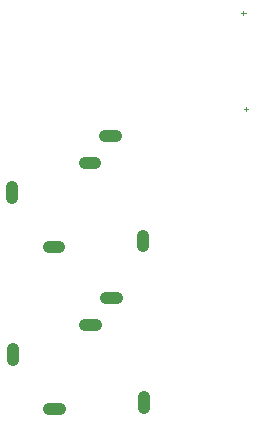
<source format=gm1>
%FSLAX25Y25*%
%MOIN*%
G70*
G01*
G75*
G04 Layer_Color=16711935*
%ADD10R,0.05906X0.05512*%
%ADD11O,0.02756X0.09055*%
%ADD12R,0.05709X0.02362*%
%ADD13R,0.04331X0.05512*%
%ADD14R,0.03937X0.05118*%
%ADD15R,0.05512X0.04331*%
%ADD16O,0.02362X0.09055*%
%ADD17R,0.05906X0.11024*%
%ADD18R,0.11024X0.05906*%
%ADD19R,0.05118X0.03937*%
%ADD20R,0.05512X0.05906*%
%ADD21R,0.05906X0.05906*%
%ADD22O,0.08661X0.02362*%
%ADD23R,0.06102X0.13583*%
%ADD24R,0.06102X0.04331*%
%ADD25R,0.06102X0.04331*%
%ADD26C,0.01200*%
%ADD27C,0.04724*%
%ADD28O,0.07087X0.10630*%
%ADD29O,0.10630X0.07087*%
%ADD30C,0.05906*%
%ADD31R,0.05906X0.05906*%
%ADD32C,0.07874*%
%ADD33R,0.07874X0.07874*%
%ADD34C,0.05512*%
%ADD35P,0.05966X8X202.5*%
%ADD36C,0.04724*%
%ADD37C,0.11810*%
%ADD38R,0.07874X0.07874*%
%ADD39C,0.05000*%
%ADD40C,0.63000*%
%ADD41R,0.10000X0.20000*%
%ADD42C,0.02362*%
%ADD43C,0.00984*%
%ADD44C,0.00787*%
%ADD45C,0.01000*%
%ADD46C,0.00787*%
%ADD47C,0.00800*%
%ADD48R,0.11024X0.03150*%
%ADD49R,0.03150X0.11024*%
%ADD50R,0.06706X0.06312*%
%ADD51O,0.03556X0.09855*%
%ADD52R,0.06509X0.03162*%
%ADD53R,0.05131X0.06312*%
%ADD54R,0.04737X0.05918*%
%ADD55R,0.06312X0.05131*%
%ADD56O,0.03162X0.09855*%
%ADD57R,0.06706X0.11824*%
%ADD58R,0.11824X0.06706*%
%ADD59R,0.05918X0.04737*%
%ADD60R,0.06312X0.06706*%
%ADD61R,0.06706X0.06706*%
%ADD62O,0.09461X0.03162*%
%ADD63R,0.06902X0.14383*%
%ADD64R,0.06902X0.05131*%
%ADD65R,0.06902X0.05131*%
%ADD66C,0.05524*%
%ADD67O,0.07887X0.11430*%
%ADD68O,0.11430X0.07887*%
%ADD69C,0.06706*%
%ADD70R,0.06706X0.06706*%
%ADD71C,0.08674*%
%ADD72R,0.08674X0.08674*%
%ADD73C,0.06312*%
%ADD74P,0.06832X8X202.5*%
%ADD75C,0.05524*%
%ADD76C,0.12610*%
%ADD77R,0.08674X0.08674*%
%ADD78C,0.05800*%
%ADD79C,0.63800*%
%ADD80R,0.10800X0.20800*%
%ADD81C,0.00003*%
%ADD82C,0.03937*%
%ADD83C,0.00394*%
D82*
X149992Y266354D02*
Y269898D01*
X137331Y303020D02*
X140874D01*
X130429Y294118D02*
X133972D01*
X106228Y282457D02*
Y286000D01*
X118457Y266000D02*
X122000D01*
X118256Y319882D02*
X121799D01*
X106028Y336339D02*
Y339882D01*
X130228Y348000D02*
X133772D01*
X137130Y356902D02*
X140673D01*
X149791Y320236D02*
Y323780D01*
D83*
X183213Y366000D02*
X184787D01*
X184000Y365213D02*
Y366787D01*
X182323Y398000D02*
X183898D01*
X183110Y397213D02*
Y398787D01*
M02*

</source>
